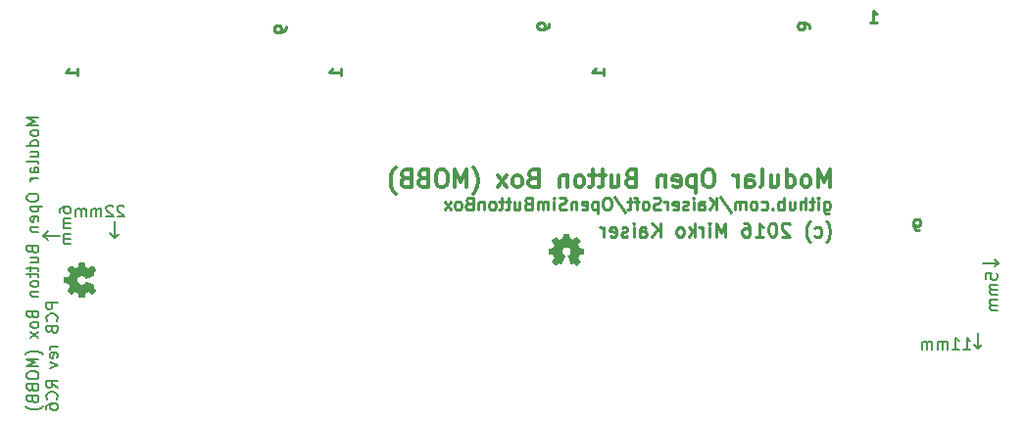
<source format=gbo>
G04 #@! TF.FileFunction,Legend,Bot*
%FSLAX46Y46*%
G04 Gerber Fmt 4.6, Leading zero omitted, Abs format (unit mm)*
G04 Created by KiCad (PCBNEW 4.0.4-stable) date 12/11/16 18:51:07*
%MOMM*%
%LPD*%
G01*
G04 APERTURE LIST*
%ADD10C,0.100000*%
%ADD11C,0.200000*%
%ADD12C,0.150000*%
%ADD13C,0.250000*%
%ADD14C,0.300000*%
%ADD15C,0.002540*%
G04 APERTURE END LIST*
D10*
D11*
X260300000Y-131020000D02*
X259990000Y-131330000D01*
X260000000Y-130720000D02*
X260300000Y-131020000D01*
X260320000Y-131040000D02*
X260000000Y-130720000D01*
X258920000Y-131040000D02*
X260320000Y-131040000D01*
X258525000Y-138417500D02*
X258885000Y-138057500D01*
X258155000Y-138047500D02*
X258525000Y-138417500D01*
X258525000Y-138417500D02*
X258155000Y-138047500D01*
X258525000Y-137077500D02*
X258525000Y-138417500D01*
X178170000Y-129032000D02*
X178180000Y-129032000D01*
X177780000Y-128642000D02*
X178170000Y-129032000D01*
X178190000Y-128232000D02*
X177780000Y-128642000D01*
X177790000Y-128632000D02*
X178190000Y-128232000D01*
X179170000Y-128632000D02*
X177790000Y-128632000D01*
D12*
X177347381Y-118396186D02*
X176347381Y-118396186D01*
X177061667Y-118729520D01*
X176347381Y-119062853D01*
X177347381Y-119062853D01*
X177347381Y-119681900D02*
X177299762Y-119586662D01*
X177252143Y-119539043D01*
X177156905Y-119491424D01*
X176871190Y-119491424D01*
X176775952Y-119539043D01*
X176728333Y-119586662D01*
X176680714Y-119681900D01*
X176680714Y-119824758D01*
X176728333Y-119919996D01*
X176775952Y-119967615D01*
X176871190Y-120015234D01*
X177156905Y-120015234D01*
X177252143Y-119967615D01*
X177299762Y-119919996D01*
X177347381Y-119824758D01*
X177347381Y-119681900D01*
X177347381Y-120872377D02*
X176347381Y-120872377D01*
X177299762Y-120872377D02*
X177347381Y-120777139D01*
X177347381Y-120586662D01*
X177299762Y-120491424D01*
X177252143Y-120443805D01*
X177156905Y-120396186D01*
X176871190Y-120396186D01*
X176775952Y-120443805D01*
X176728333Y-120491424D01*
X176680714Y-120586662D01*
X176680714Y-120777139D01*
X176728333Y-120872377D01*
X176680714Y-121777139D02*
X177347381Y-121777139D01*
X176680714Y-121348567D02*
X177204524Y-121348567D01*
X177299762Y-121396186D01*
X177347381Y-121491424D01*
X177347381Y-121634282D01*
X177299762Y-121729520D01*
X177252143Y-121777139D01*
X177347381Y-122396186D02*
X177299762Y-122300948D01*
X177204524Y-122253329D01*
X176347381Y-122253329D01*
X177347381Y-123205711D02*
X176823571Y-123205711D01*
X176728333Y-123158092D01*
X176680714Y-123062854D01*
X176680714Y-122872377D01*
X176728333Y-122777139D01*
X177299762Y-123205711D02*
X177347381Y-123110473D01*
X177347381Y-122872377D01*
X177299762Y-122777139D01*
X177204524Y-122729520D01*
X177109286Y-122729520D01*
X177014048Y-122777139D01*
X176966429Y-122872377D01*
X176966429Y-123110473D01*
X176918810Y-123205711D01*
X177347381Y-123681901D02*
X176680714Y-123681901D01*
X176871190Y-123681901D02*
X176775952Y-123729520D01*
X176728333Y-123777139D01*
X176680714Y-123872377D01*
X176680714Y-123967616D01*
X176347381Y-125253330D02*
X176347381Y-125443807D01*
X176395000Y-125539045D01*
X176490238Y-125634283D01*
X176680714Y-125681902D01*
X177014048Y-125681902D01*
X177204524Y-125634283D01*
X177299762Y-125539045D01*
X177347381Y-125443807D01*
X177347381Y-125253330D01*
X177299762Y-125158092D01*
X177204524Y-125062854D01*
X177014048Y-125015235D01*
X176680714Y-125015235D01*
X176490238Y-125062854D01*
X176395000Y-125158092D01*
X176347381Y-125253330D01*
X176680714Y-126110473D02*
X177680714Y-126110473D01*
X176728333Y-126110473D02*
X176680714Y-126205711D01*
X176680714Y-126396188D01*
X176728333Y-126491426D01*
X176775952Y-126539045D01*
X176871190Y-126586664D01*
X177156905Y-126586664D01*
X177252143Y-126539045D01*
X177299762Y-126491426D01*
X177347381Y-126396188D01*
X177347381Y-126205711D01*
X177299762Y-126110473D01*
X177299762Y-127396188D02*
X177347381Y-127300950D01*
X177347381Y-127110473D01*
X177299762Y-127015235D01*
X177204524Y-126967616D01*
X176823571Y-126967616D01*
X176728333Y-127015235D01*
X176680714Y-127110473D01*
X176680714Y-127300950D01*
X176728333Y-127396188D01*
X176823571Y-127443807D01*
X176918810Y-127443807D01*
X177014048Y-126967616D01*
X176680714Y-127872378D02*
X177347381Y-127872378D01*
X176775952Y-127872378D02*
X176728333Y-127919997D01*
X176680714Y-128015235D01*
X176680714Y-128158093D01*
X176728333Y-128253331D01*
X176823571Y-128300950D01*
X177347381Y-128300950D01*
X176823571Y-129872379D02*
X176871190Y-130015236D01*
X176918810Y-130062855D01*
X177014048Y-130110474D01*
X177156905Y-130110474D01*
X177252143Y-130062855D01*
X177299762Y-130015236D01*
X177347381Y-129919998D01*
X177347381Y-129539045D01*
X176347381Y-129539045D01*
X176347381Y-129872379D01*
X176395000Y-129967617D01*
X176442619Y-130015236D01*
X176537857Y-130062855D01*
X176633095Y-130062855D01*
X176728333Y-130015236D01*
X176775952Y-129967617D01*
X176823571Y-129872379D01*
X176823571Y-129539045D01*
X176680714Y-130967617D02*
X177347381Y-130967617D01*
X176680714Y-130539045D02*
X177204524Y-130539045D01*
X177299762Y-130586664D01*
X177347381Y-130681902D01*
X177347381Y-130824760D01*
X177299762Y-130919998D01*
X177252143Y-130967617D01*
X176680714Y-131300950D02*
X176680714Y-131681902D01*
X176347381Y-131443807D02*
X177204524Y-131443807D01*
X177299762Y-131491426D01*
X177347381Y-131586664D01*
X177347381Y-131681902D01*
X176680714Y-131872379D02*
X176680714Y-132253331D01*
X176347381Y-132015236D02*
X177204524Y-132015236D01*
X177299762Y-132062855D01*
X177347381Y-132158093D01*
X177347381Y-132253331D01*
X177347381Y-132729522D02*
X177299762Y-132634284D01*
X177252143Y-132586665D01*
X177156905Y-132539046D01*
X176871190Y-132539046D01*
X176775952Y-132586665D01*
X176728333Y-132634284D01*
X176680714Y-132729522D01*
X176680714Y-132872380D01*
X176728333Y-132967618D01*
X176775952Y-133015237D01*
X176871190Y-133062856D01*
X177156905Y-133062856D01*
X177252143Y-133015237D01*
X177299762Y-132967618D01*
X177347381Y-132872380D01*
X177347381Y-132729522D01*
X176680714Y-133491427D02*
X177347381Y-133491427D01*
X176775952Y-133491427D02*
X176728333Y-133539046D01*
X176680714Y-133634284D01*
X176680714Y-133777142D01*
X176728333Y-133872380D01*
X176823571Y-133919999D01*
X177347381Y-133919999D01*
X176823571Y-135491428D02*
X176871190Y-135634285D01*
X176918810Y-135681904D01*
X177014048Y-135729523D01*
X177156905Y-135729523D01*
X177252143Y-135681904D01*
X177299762Y-135634285D01*
X177347381Y-135539047D01*
X177347381Y-135158094D01*
X176347381Y-135158094D01*
X176347381Y-135491428D01*
X176395000Y-135586666D01*
X176442619Y-135634285D01*
X176537857Y-135681904D01*
X176633095Y-135681904D01*
X176728333Y-135634285D01*
X176775952Y-135586666D01*
X176823571Y-135491428D01*
X176823571Y-135158094D01*
X177347381Y-136300951D02*
X177299762Y-136205713D01*
X177252143Y-136158094D01*
X177156905Y-136110475D01*
X176871190Y-136110475D01*
X176775952Y-136158094D01*
X176728333Y-136205713D01*
X176680714Y-136300951D01*
X176680714Y-136443809D01*
X176728333Y-136539047D01*
X176775952Y-136586666D01*
X176871190Y-136634285D01*
X177156905Y-136634285D01*
X177252143Y-136586666D01*
X177299762Y-136539047D01*
X177347381Y-136443809D01*
X177347381Y-136300951D01*
X177347381Y-136967618D02*
X176680714Y-137491428D01*
X176680714Y-136967618D02*
X177347381Y-137491428D01*
X177728333Y-138920000D02*
X177680714Y-138872380D01*
X177537857Y-138777142D01*
X177442619Y-138729523D01*
X177299762Y-138681904D01*
X177061667Y-138634285D01*
X176871190Y-138634285D01*
X176633095Y-138681904D01*
X176490238Y-138729523D01*
X176395000Y-138777142D01*
X176252143Y-138872380D01*
X176204524Y-138920000D01*
X177347381Y-139300952D02*
X176347381Y-139300952D01*
X177061667Y-139634286D01*
X176347381Y-139967619D01*
X177347381Y-139967619D01*
X176347381Y-140634285D02*
X176347381Y-140824762D01*
X176395000Y-140920000D01*
X176490238Y-141015238D01*
X176680714Y-141062857D01*
X177014048Y-141062857D01*
X177204524Y-141015238D01*
X177299762Y-140920000D01*
X177347381Y-140824762D01*
X177347381Y-140634285D01*
X177299762Y-140539047D01*
X177204524Y-140443809D01*
X177014048Y-140396190D01*
X176680714Y-140396190D01*
X176490238Y-140443809D01*
X176395000Y-140539047D01*
X176347381Y-140634285D01*
X176823571Y-141824762D02*
X176871190Y-141967619D01*
X176918810Y-142015238D01*
X177014048Y-142062857D01*
X177156905Y-142062857D01*
X177252143Y-142015238D01*
X177299762Y-141967619D01*
X177347381Y-141872381D01*
X177347381Y-141491428D01*
X176347381Y-141491428D01*
X176347381Y-141824762D01*
X176395000Y-141920000D01*
X176442619Y-141967619D01*
X176537857Y-142015238D01*
X176633095Y-142015238D01*
X176728333Y-141967619D01*
X176775952Y-141920000D01*
X176823571Y-141824762D01*
X176823571Y-141491428D01*
X176823571Y-142824762D02*
X176871190Y-142967619D01*
X176918810Y-143015238D01*
X177014048Y-143062857D01*
X177156905Y-143062857D01*
X177252143Y-143015238D01*
X177299762Y-142967619D01*
X177347381Y-142872381D01*
X177347381Y-142491428D01*
X176347381Y-142491428D01*
X176347381Y-142824762D01*
X176395000Y-142920000D01*
X176442619Y-142967619D01*
X176537857Y-143015238D01*
X176633095Y-143015238D01*
X176728333Y-142967619D01*
X176775952Y-142920000D01*
X176823571Y-142824762D01*
X176823571Y-142491428D01*
X177728333Y-143396190D02*
X177680714Y-143443809D01*
X177537857Y-143539047D01*
X177442619Y-143586666D01*
X177299762Y-143634285D01*
X177061667Y-143681904D01*
X176871190Y-143681904D01*
X176633095Y-143634285D01*
X176490238Y-143586666D01*
X176395000Y-143539047D01*
X176252143Y-143443809D01*
X176204524Y-143396190D01*
X178997381Y-134443808D02*
X177997381Y-134443808D01*
X177997381Y-134824761D01*
X178045000Y-134919999D01*
X178092619Y-134967618D01*
X178187857Y-135015237D01*
X178330714Y-135015237D01*
X178425952Y-134967618D01*
X178473571Y-134919999D01*
X178521190Y-134824761D01*
X178521190Y-134443808D01*
X178902143Y-136015237D02*
X178949762Y-135967618D01*
X178997381Y-135824761D01*
X178997381Y-135729523D01*
X178949762Y-135586665D01*
X178854524Y-135491427D01*
X178759286Y-135443808D01*
X178568810Y-135396189D01*
X178425952Y-135396189D01*
X178235476Y-135443808D01*
X178140238Y-135491427D01*
X178045000Y-135586665D01*
X177997381Y-135729523D01*
X177997381Y-135824761D01*
X178045000Y-135967618D01*
X178092619Y-136015237D01*
X178473571Y-136777142D02*
X178521190Y-136919999D01*
X178568810Y-136967618D01*
X178664048Y-137015237D01*
X178806905Y-137015237D01*
X178902143Y-136967618D01*
X178949762Y-136919999D01*
X178997381Y-136824761D01*
X178997381Y-136443808D01*
X177997381Y-136443808D01*
X177997381Y-136777142D01*
X178045000Y-136872380D01*
X178092619Y-136919999D01*
X178187857Y-136967618D01*
X178283095Y-136967618D01*
X178378333Y-136919999D01*
X178425952Y-136872380D01*
X178473571Y-136777142D01*
X178473571Y-136443808D01*
X178997381Y-138205713D02*
X178330714Y-138205713D01*
X178521190Y-138205713D02*
X178425952Y-138253332D01*
X178378333Y-138300951D01*
X178330714Y-138396189D01*
X178330714Y-138491428D01*
X178949762Y-139205714D02*
X178997381Y-139110476D01*
X178997381Y-138919999D01*
X178949762Y-138824761D01*
X178854524Y-138777142D01*
X178473571Y-138777142D01*
X178378333Y-138824761D01*
X178330714Y-138919999D01*
X178330714Y-139110476D01*
X178378333Y-139205714D01*
X178473571Y-139253333D01*
X178568810Y-139253333D01*
X178664048Y-138777142D01*
X178330714Y-139586666D02*
X178997381Y-139824761D01*
X178330714Y-140062857D01*
X178997381Y-141777143D02*
X178521190Y-141443809D01*
X178997381Y-141205714D02*
X177997381Y-141205714D01*
X177997381Y-141586667D01*
X178045000Y-141681905D01*
X178092619Y-141729524D01*
X178187857Y-141777143D01*
X178330714Y-141777143D01*
X178425952Y-141729524D01*
X178473571Y-141681905D01*
X178521190Y-141586667D01*
X178521190Y-141205714D01*
X178902143Y-142777143D02*
X178949762Y-142729524D01*
X178997381Y-142586667D01*
X178997381Y-142491429D01*
X178949762Y-142348571D01*
X178854524Y-142253333D01*
X178759286Y-142205714D01*
X178568810Y-142158095D01*
X178425952Y-142158095D01*
X178235476Y-142205714D01*
X178140238Y-142253333D01*
X178045000Y-142348571D01*
X177997381Y-142491429D01*
X177997381Y-142586667D01*
X178045000Y-142729524D01*
X178092619Y-142777143D01*
X177997381Y-143634286D02*
X177997381Y-143443809D01*
X178045000Y-143348571D01*
X178092619Y-143300952D01*
X178235476Y-143205714D01*
X178425952Y-143158095D01*
X178806905Y-143158095D01*
X178902143Y-143205714D01*
X178949762Y-143253333D01*
X178997381Y-143348571D01*
X178997381Y-143539048D01*
X178949762Y-143634286D01*
X178902143Y-143681905D01*
X178806905Y-143729524D01*
X178568810Y-143729524D01*
X178473571Y-143681905D01*
X178425952Y-143634286D01*
X178378333Y-143539048D01*
X178378333Y-143348571D01*
X178425952Y-143253333D01*
X178473571Y-143205714D01*
X178568810Y-143158095D01*
D11*
X184294500Y-128468500D02*
X184284500Y-128478500D01*
X183934500Y-128828500D02*
X184294500Y-128468500D01*
X183534500Y-128428500D02*
X183934500Y-128828500D01*
X183924500Y-128818500D02*
X183534500Y-128428500D01*
X183924500Y-127368500D02*
X183924500Y-128818500D01*
D12*
X184721238Y-126103119D02*
X184673619Y-126055500D01*
X184578381Y-126007881D01*
X184340285Y-126007881D01*
X184245047Y-126055500D01*
X184197428Y-126103119D01*
X184149809Y-126198357D01*
X184149809Y-126293595D01*
X184197428Y-126436452D01*
X184768857Y-127007881D01*
X184149809Y-127007881D01*
X183768857Y-126103119D02*
X183721238Y-126055500D01*
X183626000Y-126007881D01*
X183387904Y-126007881D01*
X183292666Y-126055500D01*
X183245047Y-126103119D01*
X183197428Y-126198357D01*
X183197428Y-126293595D01*
X183245047Y-126436452D01*
X183816476Y-127007881D01*
X183197428Y-127007881D01*
X182768857Y-127007881D02*
X182768857Y-126341214D01*
X182768857Y-126436452D02*
X182721238Y-126388833D01*
X182626000Y-126341214D01*
X182483142Y-126341214D01*
X182387904Y-126388833D01*
X182340285Y-126484071D01*
X182340285Y-127007881D01*
X182340285Y-126484071D02*
X182292666Y-126388833D01*
X182197428Y-126341214D01*
X182054571Y-126341214D01*
X181959333Y-126388833D01*
X181911714Y-126484071D01*
X181911714Y-127007881D01*
X181435524Y-127007881D02*
X181435524Y-126341214D01*
X181435524Y-126436452D02*
X181387905Y-126388833D01*
X181292667Y-126341214D01*
X181149809Y-126341214D01*
X181054571Y-126388833D01*
X181006952Y-126484071D01*
X181006952Y-127007881D01*
X181006952Y-126484071D02*
X180959333Y-126388833D01*
X180864095Y-126341214D01*
X180721238Y-126341214D01*
X180626000Y-126388833D01*
X180578381Y-126484071D01*
X180578381Y-127007881D01*
X179157381Y-126619144D02*
X179157381Y-126428667D01*
X179205000Y-126333429D01*
X179252619Y-126285810D01*
X179395476Y-126190572D01*
X179585952Y-126142953D01*
X179966905Y-126142953D01*
X180062143Y-126190572D01*
X180109762Y-126238191D01*
X180157381Y-126333429D01*
X180157381Y-126523906D01*
X180109762Y-126619144D01*
X180062143Y-126666763D01*
X179966905Y-126714382D01*
X179728810Y-126714382D01*
X179633571Y-126666763D01*
X179585952Y-126619144D01*
X179538333Y-126523906D01*
X179538333Y-126333429D01*
X179585952Y-126238191D01*
X179633571Y-126190572D01*
X179728810Y-126142953D01*
X180157381Y-127142953D02*
X179490714Y-127142953D01*
X179585952Y-127142953D02*
X179538333Y-127190572D01*
X179490714Y-127285810D01*
X179490714Y-127428668D01*
X179538333Y-127523906D01*
X179633571Y-127571525D01*
X180157381Y-127571525D01*
X179633571Y-127571525D02*
X179538333Y-127619144D01*
X179490714Y-127714382D01*
X179490714Y-127857239D01*
X179538333Y-127952477D01*
X179633571Y-128000096D01*
X180157381Y-128000096D01*
X180157381Y-128476286D02*
X179490714Y-128476286D01*
X179585952Y-128476286D02*
X179538333Y-128523905D01*
X179490714Y-128619143D01*
X179490714Y-128762001D01*
X179538333Y-128857239D01*
X179633571Y-128904858D01*
X180157381Y-128904858D01*
X179633571Y-128904858D02*
X179538333Y-128952477D01*
X179490714Y-129047715D01*
X179490714Y-129190572D01*
X179538333Y-129285810D01*
X179633571Y-129333429D01*
X180157381Y-129333429D01*
X257273809Y-138452381D02*
X257845238Y-138452381D01*
X257559524Y-138452381D02*
X257559524Y-137452381D01*
X257654762Y-137595238D01*
X257750000Y-137690476D01*
X257845238Y-137738095D01*
X256321428Y-138452381D02*
X256892857Y-138452381D01*
X256607143Y-138452381D02*
X256607143Y-137452381D01*
X256702381Y-137595238D01*
X256797619Y-137690476D01*
X256892857Y-137738095D01*
X255892857Y-138452381D02*
X255892857Y-137785714D01*
X255892857Y-137880952D02*
X255845238Y-137833333D01*
X255750000Y-137785714D01*
X255607142Y-137785714D01*
X255511904Y-137833333D01*
X255464285Y-137928571D01*
X255464285Y-138452381D01*
X255464285Y-137928571D02*
X255416666Y-137833333D01*
X255321428Y-137785714D01*
X255178571Y-137785714D01*
X255083333Y-137833333D01*
X255035714Y-137928571D01*
X255035714Y-138452381D01*
X254559524Y-138452381D02*
X254559524Y-137785714D01*
X254559524Y-137880952D02*
X254511905Y-137833333D01*
X254416667Y-137785714D01*
X254273809Y-137785714D01*
X254178571Y-137833333D01*
X254130952Y-137928571D01*
X254130952Y-138452381D01*
X254130952Y-137928571D02*
X254083333Y-137833333D01*
X253988095Y-137785714D01*
X253845238Y-137785714D01*
X253750000Y-137833333D01*
X253702381Y-137928571D01*
X253702381Y-138452381D01*
X259202381Y-132404763D02*
X259202381Y-131928572D01*
X259678571Y-131880953D01*
X259630952Y-131928572D01*
X259583333Y-132023810D01*
X259583333Y-132261906D01*
X259630952Y-132357144D01*
X259678571Y-132404763D01*
X259773810Y-132452382D01*
X260011905Y-132452382D01*
X260107143Y-132404763D01*
X260154762Y-132357144D01*
X260202381Y-132261906D01*
X260202381Y-132023810D01*
X260154762Y-131928572D01*
X260107143Y-131880953D01*
X260202381Y-132880953D02*
X259535714Y-132880953D01*
X259630952Y-132880953D02*
X259583333Y-132928572D01*
X259535714Y-133023810D01*
X259535714Y-133166668D01*
X259583333Y-133261906D01*
X259678571Y-133309525D01*
X260202381Y-133309525D01*
X259678571Y-133309525D02*
X259583333Y-133357144D01*
X259535714Y-133452382D01*
X259535714Y-133595239D01*
X259583333Y-133690477D01*
X259678571Y-133738096D01*
X260202381Y-133738096D01*
X260202381Y-134214286D02*
X259535714Y-134214286D01*
X259630952Y-134214286D02*
X259583333Y-134261905D01*
X259535714Y-134357143D01*
X259535714Y-134500001D01*
X259583333Y-134595239D01*
X259678571Y-134642858D01*
X260202381Y-134642858D01*
X259678571Y-134642858D02*
X259583333Y-134690477D01*
X259535714Y-134785715D01*
X259535714Y-134928572D01*
X259583333Y-135023810D01*
X259678571Y-135071429D01*
X260202381Y-135071429D01*
D13*
X245389286Y-129200000D02*
X245446428Y-129142857D01*
X245560714Y-128971429D01*
X245617857Y-128857143D01*
X245675000Y-128685714D01*
X245732143Y-128400000D01*
X245732143Y-128171429D01*
X245675000Y-127885714D01*
X245617857Y-127714286D01*
X245560714Y-127600000D01*
X245446428Y-127428571D01*
X245389286Y-127371429D01*
X244417857Y-128685714D02*
X244532143Y-128742857D01*
X244760714Y-128742857D01*
X244875000Y-128685714D01*
X244932143Y-128628571D01*
X244989286Y-128514286D01*
X244989286Y-128171429D01*
X244932143Y-128057143D01*
X244875000Y-128000000D01*
X244760714Y-127942857D01*
X244532143Y-127942857D01*
X244417857Y-128000000D01*
X244017857Y-129200000D02*
X243960715Y-129142857D01*
X243846429Y-128971429D01*
X243789286Y-128857143D01*
X243732143Y-128685714D01*
X243675000Y-128400000D01*
X243675000Y-128171429D01*
X243732143Y-127885714D01*
X243789286Y-127714286D01*
X243846429Y-127600000D01*
X243960715Y-127428571D01*
X244017857Y-127371429D01*
X242246429Y-127657143D02*
X242189286Y-127600000D01*
X242075000Y-127542857D01*
X241789286Y-127542857D01*
X241675000Y-127600000D01*
X241617857Y-127657143D01*
X241560714Y-127771429D01*
X241560714Y-127885714D01*
X241617857Y-128057143D01*
X242303571Y-128742857D01*
X241560714Y-128742857D01*
X240817857Y-127542857D02*
X240703572Y-127542857D01*
X240589286Y-127600000D01*
X240532143Y-127657143D01*
X240475000Y-127771429D01*
X240417857Y-128000000D01*
X240417857Y-128285714D01*
X240475000Y-128514286D01*
X240532143Y-128628571D01*
X240589286Y-128685714D01*
X240703572Y-128742857D01*
X240817857Y-128742857D01*
X240932143Y-128685714D01*
X240989286Y-128628571D01*
X241046429Y-128514286D01*
X241103572Y-128285714D01*
X241103572Y-128000000D01*
X241046429Y-127771429D01*
X240989286Y-127657143D01*
X240932143Y-127600000D01*
X240817857Y-127542857D01*
X239275000Y-128742857D02*
X239960715Y-128742857D01*
X239617857Y-128742857D02*
X239617857Y-127542857D01*
X239732143Y-127714286D01*
X239846429Y-127828571D01*
X239960715Y-127885714D01*
X238246429Y-127542857D02*
X238475000Y-127542857D01*
X238589286Y-127600000D01*
X238646429Y-127657143D01*
X238760715Y-127828571D01*
X238817858Y-128057143D01*
X238817858Y-128514286D01*
X238760715Y-128628571D01*
X238703572Y-128685714D01*
X238589286Y-128742857D01*
X238360715Y-128742857D01*
X238246429Y-128685714D01*
X238189286Y-128628571D01*
X238132143Y-128514286D01*
X238132143Y-128228571D01*
X238189286Y-128114286D01*
X238246429Y-128057143D01*
X238360715Y-128000000D01*
X238589286Y-128000000D01*
X238703572Y-128057143D01*
X238760715Y-128114286D01*
X238817858Y-128228571D01*
X236703572Y-128742857D02*
X236703572Y-127542857D01*
X236303572Y-128400000D01*
X235903572Y-127542857D01*
X235903572Y-128742857D01*
X235332143Y-128742857D02*
X235332143Y-127942857D01*
X235332143Y-127542857D02*
X235389286Y-127600000D01*
X235332143Y-127657143D01*
X235275000Y-127600000D01*
X235332143Y-127542857D01*
X235332143Y-127657143D01*
X234760714Y-128742857D02*
X234760714Y-127942857D01*
X234760714Y-128171429D02*
X234703571Y-128057143D01*
X234646428Y-128000000D01*
X234532142Y-127942857D01*
X234417857Y-127942857D01*
X234017857Y-128742857D02*
X234017857Y-127542857D01*
X233903571Y-128285714D02*
X233560714Y-128742857D01*
X233560714Y-127942857D02*
X234017857Y-128400000D01*
X232874999Y-128742857D02*
X232989285Y-128685714D01*
X233046428Y-128628571D01*
X233103571Y-128514286D01*
X233103571Y-128171429D01*
X233046428Y-128057143D01*
X232989285Y-128000000D01*
X232874999Y-127942857D01*
X232703571Y-127942857D01*
X232589285Y-128000000D01*
X232532142Y-128057143D01*
X232474999Y-128171429D01*
X232474999Y-128514286D01*
X232532142Y-128628571D01*
X232589285Y-128685714D01*
X232703571Y-128742857D01*
X232874999Y-128742857D01*
X231046428Y-128742857D02*
X231046428Y-127542857D01*
X230360713Y-128742857D02*
X230874999Y-128057143D01*
X230360713Y-127542857D02*
X231046428Y-128228571D01*
X229332142Y-128742857D02*
X229332142Y-128114286D01*
X229389285Y-128000000D01*
X229503571Y-127942857D01*
X229732142Y-127942857D01*
X229846428Y-128000000D01*
X229332142Y-128685714D02*
X229446428Y-128742857D01*
X229732142Y-128742857D01*
X229846428Y-128685714D01*
X229903571Y-128571429D01*
X229903571Y-128457143D01*
X229846428Y-128342857D01*
X229732142Y-128285714D01*
X229446428Y-128285714D01*
X229332142Y-128228571D01*
X228760714Y-128742857D02*
X228760714Y-127942857D01*
X228760714Y-127542857D02*
X228817857Y-127600000D01*
X228760714Y-127657143D01*
X228703571Y-127600000D01*
X228760714Y-127542857D01*
X228760714Y-127657143D01*
X228246428Y-128685714D02*
X228132142Y-128742857D01*
X227903570Y-128742857D01*
X227789285Y-128685714D01*
X227732142Y-128571429D01*
X227732142Y-128514286D01*
X227789285Y-128400000D01*
X227903570Y-128342857D01*
X228074999Y-128342857D01*
X228189285Y-128285714D01*
X228246428Y-128171429D01*
X228246428Y-128114286D01*
X228189285Y-128000000D01*
X228074999Y-127942857D01*
X227903570Y-127942857D01*
X227789285Y-128000000D01*
X226760713Y-128685714D02*
X226874999Y-128742857D01*
X227103570Y-128742857D01*
X227217856Y-128685714D01*
X227274999Y-128571429D01*
X227274999Y-128114286D01*
X227217856Y-128000000D01*
X227103570Y-127942857D01*
X226874999Y-127942857D01*
X226760713Y-128000000D01*
X226703570Y-128114286D01*
X226703570Y-128228571D01*
X227274999Y-128342857D01*
X226189285Y-128742857D02*
X226189285Y-127942857D01*
X226189285Y-128171429D02*
X226132142Y-128057143D01*
X226074999Y-128000000D01*
X225960713Y-127942857D01*
X225846428Y-127942857D01*
X253440476Y-128202381D02*
X253250000Y-128202381D01*
X253154761Y-128154762D01*
X253107142Y-128107143D01*
X253011904Y-127964286D01*
X252964285Y-127773810D01*
X252964285Y-127392857D01*
X253011904Y-127297619D01*
X253059523Y-127250000D01*
X253154761Y-127202381D01*
X253345238Y-127202381D01*
X253440476Y-127250000D01*
X253488095Y-127297619D01*
X253535714Y-127392857D01*
X253535714Y-127630952D01*
X253488095Y-127726190D01*
X253440476Y-127773810D01*
X253345238Y-127821429D01*
X253154761Y-127821429D01*
X253059523Y-127773810D01*
X253011904Y-127726190D01*
X252964285Y-127630952D01*
X249214285Y-110202381D02*
X249785714Y-110202381D01*
X249500000Y-110202381D02*
X249500000Y-109202381D01*
X249595238Y-109345238D01*
X249690476Y-109440476D01*
X249785714Y-109488095D01*
X243952381Y-110690476D02*
X243952381Y-110500000D01*
X243904762Y-110404761D01*
X243857143Y-110357142D01*
X243714286Y-110261904D01*
X243523810Y-110214285D01*
X243142857Y-110214285D01*
X243047619Y-110261904D01*
X243000000Y-110309523D01*
X242952381Y-110404761D01*
X242952381Y-110595238D01*
X243000000Y-110690476D01*
X243047619Y-110738095D01*
X243142857Y-110785714D01*
X243380952Y-110785714D01*
X243476190Y-110738095D01*
X243523810Y-110690476D01*
X243571429Y-110595238D01*
X243571429Y-110404761D01*
X243523810Y-110309523D01*
X243476190Y-110261904D01*
X243380952Y-110214285D01*
X226202381Y-114785715D02*
X226202381Y-114214286D01*
X226202381Y-114500000D02*
X225202381Y-114500000D01*
X225345238Y-114404762D01*
X225440476Y-114309524D01*
X225488095Y-114214286D01*
X221452381Y-110309524D02*
X221452381Y-110500000D01*
X221404762Y-110595239D01*
X221357143Y-110642858D01*
X221214286Y-110738096D01*
X221023810Y-110785715D01*
X220642857Y-110785715D01*
X220547619Y-110738096D01*
X220500000Y-110690477D01*
X220452381Y-110595239D01*
X220452381Y-110404762D01*
X220500000Y-110309524D01*
X220547619Y-110261905D01*
X220642857Y-110214286D01*
X220880952Y-110214286D01*
X220976190Y-110261905D01*
X221023810Y-110309524D01*
X221071429Y-110404762D01*
X221071429Y-110595239D01*
X221023810Y-110690477D01*
X220976190Y-110738096D01*
X220880952Y-110785715D01*
X203452381Y-114785715D02*
X203452381Y-114214286D01*
X203452381Y-114500000D02*
X202452381Y-114500000D01*
X202595238Y-114404762D01*
X202690476Y-114309524D01*
X202738095Y-114214286D01*
X198702381Y-110559524D02*
X198702381Y-110750000D01*
X198654762Y-110845239D01*
X198607143Y-110892858D01*
X198464286Y-110988096D01*
X198273810Y-111035715D01*
X197892857Y-111035715D01*
X197797619Y-110988096D01*
X197750000Y-110940477D01*
X197702381Y-110845239D01*
X197702381Y-110654762D01*
X197750000Y-110559524D01*
X197797619Y-110511905D01*
X197892857Y-110464286D01*
X198130952Y-110464286D01*
X198226190Y-110511905D01*
X198273810Y-110559524D01*
X198321429Y-110654762D01*
X198321429Y-110845239D01*
X198273810Y-110940477D01*
X198226190Y-110988096D01*
X198130952Y-111035715D01*
X180702381Y-114785715D02*
X180702381Y-114214286D01*
X180702381Y-114500000D02*
X179702381Y-114500000D01*
X179845238Y-114404762D01*
X179940476Y-114309524D01*
X179988095Y-114214286D01*
X245225000Y-125700000D02*
X245225000Y-126550000D01*
X245275000Y-126650000D01*
X245325000Y-126700000D01*
X245425000Y-126750000D01*
X245575000Y-126750000D01*
X245675000Y-126700000D01*
X245225000Y-126350000D02*
X245325000Y-126400000D01*
X245525000Y-126400000D01*
X245625000Y-126350000D01*
X245675000Y-126300000D01*
X245725000Y-126200000D01*
X245725000Y-125900000D01*
X245675000Y-125800000D01*
X245625000Y-125750000D01*
X245525000Y-125700000D01*
X245325000Y-125700000D01*
X245225000Y-125750000D01*
X244725000Y-126400000D02*
X244725000Y-125700000D01*
X244725000Y-125350000D02*
X244775000Y-125400000D01*
X244725000Y-125450000D01*
X244675000Y-125400000D01*
X244725000Y-125350000D01*
X244725000Y-125450000D01*
X244375000Y-125700000D02*
X243975000Y-125700000D01*
X244225000Y-125350000D02*
X244225000Y-126250000D01*
X244175000Y-126350000D01*
X244075000Y-126400000D01*
X243975000Y-126400000D01*
X243625000Y-126400000D02*
X243625000Y-125350000D01*
X243175000Y-126400000D02*
X243175000Y-125850000D01*
X243225000Y-125750000D01*
X243325000Y-125700000D01*
X243475000Y-125700000D01*
X243575000Y-125750000D01*
X243625000Y-125800000D01*
X242225000Y-125700000D02*
X242225000Y-126400000D01*
X242675000Y-125700000D02*
X242675000Y-126250000D01*
X242625000Y-126350000D01*
X242525000Y-126400000D01*
X242375000Y-126400000D01*
X242275000Y-126350000D01*
X242225000Y-126300000D01*
X241725000Y-126400000D02*
X241725000Y-125350000D01*
X241725000Y-125750000D02*
X241625000Y-125700000D01*
X241425000Y-125700000D01*
X241325000Y-125750000D01*
X241275000Y-125800000D01*
X241225000Y-125900000D01*
X241225000Y-126200000D01*
X241275000Y-126300000D01*
X241325000Y-126350000D01*
X241425000Y-126400000D01*
X241625000Y-126400000D01*
X241725000Y-126350000D01*
X240775000Y-126300000D02*
X240725000Y-126350000D01*
X240775000Y-126400000D01*
X240825000Y-126350000D01*
X240775000Y-126300000D01*
X240775000Y-126400000D01*
X239825000Y-126350000D02*
X239925000Y-126400000D01*
X240125000Y-126400000D01*
X240225000Y-126350000D01*
X240275000Y-126300000D01*
X240325000Y-126200000D01*
X240325000Y-125900000D01*
X240275000Y-125800000D01*
X240225000Y-125750000D01*
X240125000Y-125700000D01*
X239925000Y-125700000D01*
X239825000Y-125750000D01*
X239225000Y-126400000D02*
X239325000Y-126350000D01*
X239375000Y-126300000D01*
X239425000Y-126200000D01*
X239425000Y-125900000D01*
X239375000Y-125800000D01*
X239325000Y-125750000D01*
X239225000Y-125700000D01*
X239075000Y-125700000D01*
X238975000Y-125750000D01*
X238925000Y-125800000D01*
X238875000Y-125900000D01*
X238875000Y-126200000D01*
X238925000Y-126300000D01*
X238975000Y-126350000D01*
X239075000Y-126400000D01*
X239225000Y-126400000D01*
X238425000Y-126400000D02*
X238425000Y-125700000D01*
X238425000Y-125800000D02*
X238375000Y-125750000D01*
X238275000Y-125700000D01*
X238125000Y-125700000D01*
X238025000Y-125750000D01*
X237975000Y-125850000D01*
X237975000Y-126400000D01*
X237975000Y-125850000D02*
X237925000Y-125750000D01*
X237825000Y-125700000D01*
X237675000Y-125700000D01*
X237575000Y-125750000D01*
X237525000Y-125850000D01*
X237525000Y-126400000D01*
X236275000Y-125300000D02*
X237175000Y-126650000D01*
X235925000Y-126400000D02*
X235925000Y-125350000D01*
X235325000Y-126400000D02*
X235775000Y-125800000D01*
X235325000Y-125350000D02*
X235925000Y-125950000D01*
X234425000Y-126400000D02*
X234425000Y-125850000D01*
X234475000Y-125750000D01*
X234575000Y-125700000D01*
X234775000Y-125700000D01*
X234875000Y-125750000D01*
X234425000Y-126350000D02*
X234525000Y-126400000D01*
X234775000Y-126400000D01*
X234875000Y-126350000D01*
X234925000Y-126250000D01*
X234925000Y-126150000D01*
X234875000Y-126050000D01*
X234775000Y-126000000D01*
X234525000Y-126000000D01*
X234425000Y-125950000D01*
X233925000Y-126400000D02*
X233925000Y-125700000D01*
X233925000Y-125350000D02*
X233975000Y-125400000D01*
X233925000Y-125450000D01*
X233875000Y-125400000D01*
X233925000Y-125350000D01*
X233925000Y-125450000D01*
X233475000Y-126350000D02*
X233375000Y-126400000D01*
X233175000Y-126400000D01*
X233075000Y-126350000D01*
X233025000Y-126250000D01*
X233025000Y-126200000D01*
X233075000Y-126100000D01*
X233175000Y-126050000D01*
X233325000Y-126050000D01*
X233425000Y-126000000D01*
X233475000Y-125900000D01*
X233475000Y-125850000D01*
X233425000Y-125750000D01*
X233325000Y-125700000D01*
X233175000Y-125700000D01*
X233075000Y-125750000D01*
X232175000Y-126350000D02*
X232275000Y-126400000D01*
X232475000Y-126400000D01*
X232575000Y-126350000D01*
X232625000Y-126250000D01*
X232625000Y-125850000D01*
X232575000Y-125750000D01*
X232475000Y-125700000D01*
X232275000Y-125700000D01*
X232175000Y-125750000D01*
X232125000Y-125850000D01*
X232125000Y-125950000D01*
X232625000Y-126050000D01*
X231675000Y-126400000D02*
X231675000Y-125700000D01*
X231675000Y-125900000D02*
X231625000Y-125800000D01*
X231575000Y-125750000D01*
X231475000Y-125700000D01*
X231375000Y-125700000D01*
X231075000Y-126350000D02*
X230925000Y-126400000D01*
X230675000Y-126400000D01*
X230575000Y-126350000D01*
X230525000Y-126300000D01*
X230475000Y-126200000D01*
X230475000Y-126100000D01*
X230525000Y-126000000D01*
X230575000Y-125950000D01*
X230675000Y-125900000D01*
X230875000Y-125850000D01*
X230975000Y-125800000D01*
X231025000Y-125750000D01*
X231075000Y-125650000D01*
X231075000Y-125550000D01*
X231025000Y-125450000D01*
X230975000Y-125400000D01*
X230875000Y-125350000D01*
X230625000Y-125350000D01*
X230475000Y-125400000D01*
X229875000Y-126400000D02*
X229975000Y-126350000D01*
X230025000Y-126300000D01*
X230075000Y-126200000D01*
X230075000Y-125900000D01*
X230025000Y-125800000D01*
X229975000Y-125750000D01*
X229875000Y-125700000D01*
X229725000Y-125700000D01*
X229625000Y-125750000D01*
X229575000Y-125800000D01*
X229525000Y-125900000D01*
X229525000Y-126200000D01*
X229575000Y-126300000D01*
X229625000Y-126350000D01*
X229725000Y-126400000D01*
X229875000Y-126400000D01*
X229225000Y-125700000D02*
X228825000Y-125700000D01*
X229075000Y-126400000D02*
X229075000Y-125500000D01*
X229025000Y-125400000D01*
X228925000Y-125350000D01*
X228825000Y-125350000D01*
X228625000Y-125700000D02*
X228225000Y-125700000D01*
X228475000Y-125350000D02*
X228475000Y-126250000D01*
X228425000Y-126350000D01*
X228325000Y-126400000D01*
X228225000Y-126400000D01*
X227125000Y-125300000D02*
X228025000Y-126650000D01*
X226575000Y-125350000D02*
X226375000Y-125350000D01*
X226275000Y-125400000D01*
X226175000Y-125500000D01*
X226125000Y-125700000D01*
X226125000Y-126050000D01*
X226175000Y-126250000D01*
X226275000Y-126350000D01*
X226375000Y-126400000D01*
X226575000Y-126400000D01*
X226675000Y-126350000D01*
X226775000Y-126250000D01*
X226825000Y-126050000D01*
X226825000Y-125700000D01*
X226775000Y-125500000D01*
X226675000Y-125400000D01*
X226575000Y-125350000D01*
X225675000Y-125700000D02*
X225675000Y-126750000D01*
X225675000Y-125750000D02*
X225575000Y-125700000D01*
X225375000Y-125700000D01*
X225275000Y-125750000D01*
X225225000Y-125800000D01*
X225175000Y-125900000D01*
X225175000Y-126200000D01*
X225225000Y-126300000D01*
X225275000Y-126350000D01*
X225375000Y-126400000D01*
X225575000Y-126400000D01*
X225675000Y-126350000D01*
X224325000Y-126350000D02*
X224425000Y-126400000D01*
X224625000Y-126400000D01*
X224725000Y-126350000D01*
X224775000Y-126250000D01*
X224775000Y-125850000D01*
X224725000Y-125750000D01*
X224625000Y-125700000D01*
X224425000Y-125700000D01*
X224325000Y-125750000D01*
X224275000Y-125850000D01*
X224275000Y-125950000D01*
X224775000Y-126050000D01*
X223825000Y-125700000D02*
X223825000Y-126400000D01*
X223825000Y-125800000D02*
X223775000Y-125750000D01*
X223675000Y-125700000D01*
X223525000Y-125700000D01*
X223425000Y-125750000D01*
X223375000Y-125850000D01*
X223375000Y-126400000D01*
X222925000Y-126350000D02*
X222775000Y-126400000D01*
X222525000Y-126400000D01*
X222425000Y-126350000D01*
X222375000Y-126300000D01*
X222325000Y-126200000D01*
X222325000Y-126100000D01*
X222375000Y-126000000D01*
X222425000Y-125950000D01*
X222525000Y-125900000D01*
X222725000Y-125850000D01*
X222825000Y-125800000D01*
X222875000Y-125750000D01*
X222925000Y-125650000D01*
X222925000Y-125550000D01*
X222875000Y-125450000D01*
X222825000Y-125400000D01*
X222725000Y-125350000D01*
X222475000Y-125350000D01*
X222325000Y-125400000D01*
X221875000Y-126400000D02*
X221875000Y-125700000D01*
X221875000Y-125350000D02*
X221925000Y-125400000D01*
X221875000Y-125450000D01*
X221825000Y-125400000D01*
X221875000Y-125350000D01*
X221875000Y-125450000D01*
X221375000Y-126400000D02*
X221375000Y-125700000D01*
X221375000Y-125800000D02*
X221325000Y-125750000D01*
X221225000Y-125700000D01*
X221075000Y-125700000D01*
X220975000Y-125750000D01*
X220925000Y-125850000D01*
X220925000Y-126400000D01*
X220925000Y-125850000D02*
X220875000Y-125750000D01*
X220775000Y-125700000D01*
X220625000Y-125700000D01*
X220525000Y-125750000D01*
X220475000Y-125850000D01*
X220475000Y-126400000D01*
X219625000Y-125850000D02*
X219475000Y-125900000D01*
X219425000Y-125950000D01*
X219375000Y-126050000D01*
X219375000Y-126200000D01*
X219425000Y-126300000D01*
X219475000Y-126350000D01*
X219575000Y-126400000D01*
X219975000Y-126400000D01*
X219975000Y-125350000D01*
X219625000Y-125350000D01*
X219525000Y-125400000D01*
X219475000Y-125450000D01*
X219425000Y-125550000D01*
X219425000Y-125650000D01*
X219475000Y-125750000D01*
X219525000Y-125800000D01*
X219625000Y-125850000D01*
X219975000Y-125850000D01*
X218475000Y-125700000D02*
X218475000Y-126400000D01*
X218925000Y-125700000D02*
X218925000Y-126250000D01*
X218875000Y-126350000D01*
X218775000Y-126400000D01*
X218625000Y-126400000D01*
X218525000Y-126350000D01*
X218475000Y-126300000D01*
X218125000Y-125700000D02*
X217725000Y-125700000D01*
X217975000Y-125350000D02*
X217975000Y-126250000D01*
X217925000Y-126350000D01*
X217825000Y-126400000D01*
X217725000Y-126400000D01*
X217525000Y-125700000D02*
X217125000Y-125700000D01*
X217375000Y-125350000D02*
X217375000Y-126250000D01*
X217325000Y-126350000D01*
X217225000Y-126400000D01*
X217125000Y-126400000D01*
X216625000Y-126400000D02*
X216725000Y-126350000D01*
X216775000Y-126300000D01*
X216825000Y-126200000D01*
X216825000Y-125900000D01*
X216775000Y-125800000D01*
X216725000Y-125750000D01*
X216625000Y-125700000D01*
X216475000Y-125700000D01*
X216375000Y-125750000D01*
X216325000Y-125800000D01*
X216275000Y-125900000D01*
X216275000Y-126200000D01*
X216325000Y-126300000D01*
X216375000Y-126350000D01*
X216475000Y-126400000D01*
X216625000Y-126400000D01*
X215825000Y-125700000D02*
X215825000Y-126400000D01*
X215825000Y-125800000D02*
X215775000Y-125750000D01*
X215675000Y-125700000D01*
X215525000Y-125700000D01*
X215425000Y-125750000D01*
X215375000Y-125850000D01*
X215375000Y-126400000D01*
X214525000Y-125850000D02*
X214375000Y-125900000D01*
X214325000Y-125950000D01*
X214275000Y-126050000D01*
X214275000Y-126200000D01*
X214325000Y-126300000D01*
X214375000Y-126350000D01*
X214475000Y-126400000D01*
X214875000Y-126400000D01*
X214875000Y-125350000D01*
X214525000Y-125350000D01*
X214425000Y-125400000D01*
X214375000Y-125450000D01*
X214325000Y-125550000D01*
X214325000Y-125650000D01*
X214375000Y-125750000D01*
X214425000Y-125800000D01*
X214525000Y-125850000D01*
X214875000Y-125850000D01*
X213675000Y-126400000D02*
X213775000Y-126350000D01*
X213825000Y-126300000D01*
X213875000Y-126200000D01*
X213875000Y-125900000D01*
X213825000Y-125800000D01*
X213775000Y-125750000D01*
X213675000Y-125700000D01*
X213525000Y-125700000D01*
X213425000Y-125750000D01*
X213375000Y-125800000D01*
X213325000Y-125900000D01*
X213325000Y-126200000D01*
X213375000Y-126300000D01*
X213425000Y-126350000D01*
X213525000Y-126400000D01*
X213675000Y-126400000D01*
X212975000Y-126400000D02*
X212425000Y-125700000D01*
X212975000Y-125700000D02*
X212425000Y-126400000D01*
D14*
X245692857Y-124453571D02*
X245692857Y-122953571D01*
X245192857Y-124025000D01*
X244692857Y-122953571D01*
X244692857Y-124453571D01*
X243764285Y-124453571D02*
X243907143Y-124382143D01*
X243978571Y-124310714D01*
X244050000Y-124167857D01*
X244050000Y-123739286D01*
X243978571Y-123596429D01*
X243907143Y-123525000D01*
X243764285Y-123453571D01*
X243550000Y-123453571D01*
X243407143Y-123525000D01*
X243335714Y-123596429D01*
X243264285Y-123739286D01*
X243264285Y-124167857D01*
X243335714Y-124310714D01*
X243407143Y-124382143D01*
X243550000Y-124453571D01*
X243764285Y-124453571D01*
X241978571Y-124453571D02*
X241978571Y-122953571D01*
X241978571Y-124382143D02*
X242121428Y-124453571D01*
X242407142Y-124453571D01*
X242550000Y-124382143D01*
X242621428Y-124310714D01*
X242692857Y-124167857D01*
X242692857Y-123739286D01*
X242621428Y-123596429D01*
X242550000Y-123525000D01*
X242407142Y-123453571D01*
X242121428Y-123453571D01*
X241978571Y-123525000D01*
X240621428Y-123453571D02*
X240621428Y-124453571D01*
X241264285Y-123453571D02*
X241264285Y-124239286D01*
X241192857Y-124382143D01*
X241049999Y-124453571D01*
X240835714Y-124453571D01*
X240692857Y-124382143D01*
X240621428Y-124310714D01*
X239692856Y-124453571D02*
X239835714Y-124382143D01*
X239907142Y-124239286D01*
X239907142Y-122953571D01*
X238478571Y-124453571D02*
X238478571Y-123667857D01*
X238550000Y-123525000D01*
X238692857Y-123453571D01*
X238978571Y-123453571D01*
X239121428Y-123525000D01*
X238478571Y-124382143D02*
X238621428Y-124453571D01*
X238978571Y-124453571D01*
X239121428Y-124382143D01*
X239192857Y-124239286D01*
X239192857Y-124096429D01*
X239121428Y-123953571D01*
X238978571Y-123882143D01*
X238621428Y-123882143D01*
X238478571Y-123810714D01*
X237764285Y-124453571D02*
X237764285Y-123453571D01*
X237764285Y-123739286D02*
X237692857Y-123596429D01*
X237621428Y-123525000D01*
X237478571Y-123453571D01*
X237335714Y-123453571D01*
X235407143Y-122953571D02*
X235121429Y-122953571D01*
X234978571Y-123025000D01*
X234835714Y-123167857D01*
X234764286Y-123453571D01*
X234764286Y-123953571D01*
X234835714Y-124239286D01*
X234978571Y-124382143D01*
X235121429Y-124453571D01*
X235407143Y-124453571D01*
X235550000Y-124382143D01*
X235692857Y-124239286D01*
X235764286Y-123953571D01*
X235764286Y-123453571D01*
X235692857Y-123167857D01*
X235550000Y-123025000D01*
X235407143Y-122953571D01*
X234121428Y-123453571D02*
X234121428Y-124953571D01*
X234121428Y-123525000D02*
X233978571Y-123453571D01*
X233692857Y-123453571D01*
X233550000Y-123525000D01*
X233478571Y-123596429D01*
X233407142Y-123739286D01*
X233407142Y-124167857D01*
X233478571Y-124310714D01*
X233550000Y-124382143D01*
X233692857Y-124453571D01*
X233978571Y-124453571D01*
X234121428Y-124382143D01*
X232192857Y-124382143D02*
X232335714Y-124453571D01*
X232621428Y-124453571D01*
X232764285Y-124382143D01*
X232835714Y-124239286D01*
X232835714Y-123667857D01*
X232764285Y-123525000D01*
X232621428Y-123453571D01*
X232335714Y-123453571D01*
X232192857Y-123525000D01*
X232121428Y-123667857D01*
X232121428Y-123810714D01*
X232835714Y-123953571D01*
X231478571Y-123453571D02*
X231478571Y-124453571D01*
X231478571Y-123596429D02*
X231407143Y-123525000D01*
X231264285Y-123453571D01*
X231050000Y-123453571D01*
X230907143Y-123525000D01*
X230835714Y-123667857D01*
X230835714Y-124453571D01*
X228478571Y-123667857D02*
X228264285Y-123739286D01*
X228192857Y-123810714D01*
X228121428Y-123953571D01*
X228121428Y-124167857D01*
X228192857Y-124310714D01*
X228264285Y-124382143D01*
X228407143Y-124453571D01*
X228978571Y-124453571D01*
X228978571Y-122953571D01*
X228478571Y-122953571D01*
X228335714Y-123025000D01*
X228264285Y-123096429D01*
X228192857Y-123239286D01*
X228192857Y-123382143D01*
X228264285Y-123525000D01*
X228335714Y-123596429D01*
X228478571Y-123667857D01*
X228978571Y-123667857D01*
X226835714Y-123453571D02*
X226835714Y-124453571D01*
X227478571Y-123453571D02*
X227478571Y-124239286D01*
X227407143Y-124382143D01*
X227264285Y-124453571D01*
X227050000Y-124453571D01*
X226907143Y-124382143D01*
X226835714Y-124310714D01*
X226335714Y-123453571D02*
X225764285Y-123453571D01*
X226121428Y-122953571D02*
X226121428Y-124239286D01*
X226050000Y-124382143D01*
X225907142Y-124453571D01*
X225764285Y-124453571D01*
X225478571Y-123453571D02*
X224907142Y-123453571D01*
X225264285Y-122953571D02*
X225264285Y-124239286D01*
X225192857Y-124382143D01*
X225049999Y-124453571D01*
X224907142Y-124453571D01*
X224192856Y-124453571D02*
X224335714Y-124382143D01*
X224407142Y-124310714D01*
X224478571Y-124167857D01*
X224478571Y-123739286D01*
X224407142Y-123596429D01*
X224335714Y-123525000D01*
X224192856Y-123453571D01*
X223978571Y-123453571D01*
X223835714Y-123525000D01*
X223764285Y-123596429D01*
X223692856Y-123739286D01*
X223692856Y-124167857D01*
X223764285Y-124310714D01*
X223835714Y-124382143D01*
X223978571Y-124453571D01*
X224192856Y-124453571D01*
X223049999Y-123453571D02*
X223049999Y-124453571D01*
X223049999Y-123596429D02*
X222978571Y-123525000D01*
X222835713Y-123453571D01*
X222621428Y-123453571D01*
X222478571Y-123525000D01*
X222407142Y-123667857D01*
X222407142Y-124453571D01*
X220049999Y-123667857D02*
X219835713Y-123739286D01*
X219764285Y-123810714D01*
X219692856Y-123953571D01*
X219692856Y-124167857D01*
X219764285Y-124310714D01*
X219835713Y-124382143D01*
X219978571Y-124453571D01*
X220549999Y-124453571D01*
X220549999Y-122953571D01*
X220049999Y-122953571D01*
X219907142Y-123025000D01*
X219835713Y-123096429D01*
X219764285Y-123239286D01*
X219764285Y-123382143D01*
X219835713Y-123525000D01*
X219907142Y-123596429D01*
X220049999Y-123667857D01*
X220549999Y-123667857D01*
X218835713Y-124453571D02*
X218978571Y-124382143D01*
X219049999Y-124310714D01*
X219121428Y-124167857D01*
X219121428Y-123739286D01*
X219049999Y-123596429D01*
X218978571Y-123525000D01*
X218835713Y-123453571D01*
X218621428Y-123453571D01*
X218478571Y-123525000D01*
X218407142Y-123596429D01*
X218335713Y-123739286D01*
X218335713Y-124167857D01*
X218407142Y-124310714D01*
X218478571Y-124382143D01*
X218621428Y-124453571D01*
X218835713Y-124453571D01*
X217835713Y-124453571D02*
X217049999Y-123453571D01*
X217835713Y-123453571D02*
X217049999Y-124453571D01*
X214907142Y-125025000D02*
X214978570Y-124953571D01*
X215121427Y-124739286D01*
X215192856Y-124596429D01*
X215264285Y-124382143D01*
X215335713Y-124025000D01*
X215335713Y-123739286D01*
X215264285Y-123382143D01*
X215192856Y-123167857D01*
X215121427Y-123025000D01*
X214978570Y-122810714D01*
X214907142Y-122739286D01*
X214335713Y-124453571D02*
X214335713Y-122953571D01*
X213835713Y-124025000D01*
X213335713Y-122953571D01*
X213335713Y-124453571D01*
X212335713Y-122953571D02*
X212049999Y-122953571D01*
X211907141Y-123025000D01*
X211764284Y-123167857D01*
X211692856Y-123453571D01*
X211692856Y-123953571D01*
X211764284Y-124239286D01*
X211907141Y-124382143D01*
X212049999Y-124453571D01*
X212335713Y-124453571D01*
X212478570Y-124382143D01*
X212621427Y-124239286D01*
X212692856Y-123953571D01*
X212692856Y-123453571D01*
X212621427Y-123167857D01*
X212478570Y-123025000D01*
X212335713Y-122953571D01*
X210549998Y-123667857D02*
X210335712Y-123739286D01*
X210264284Y-123810714D01*
X210192855Y-123953571D01*
X210192855Y-124167857D01*
X210264284Y-124310714D01*
X210335712Y-124382143D01*
X210478570Y-124453571D01*
X211049998Y-124453571D01*
X211049998Y-122953571D01*
X210549998Y-122953571D01*
X210407141Y-123025000D01*
X210335712Y-123096429D01*
X210264284Y-123239286D01*
X210264284Y-123382143D01*
X210335712Y-123525000D01*
X210407141Y-123596429D01*
X210549998Y-123667857D01*
X211049998Y-123667857D01*
X209049998Y-123667857D02*
X208835712Y-123739286D01*
X208764284Y-123810714D01*
X208692855Y-123953571D01*
X208692855Y-124167857D01*
X208764284Y-124310714D01*
X208835712Y-124382143D01*
X208978570Y-124453571D01*
X209549998Y-124453571D01*
X209549998Y-122953571D01*
X209049998Y-122953571D01*
X208907141Y-123025000D01*
X208835712Y-123096429D01*
X208764284Y-123239286D01*
X208764284Y-123382143D01*
X208835712Y-123525000D01*
X208907141Y-123596429D01*
X209049998Y-123667857D01*
X209549998Y-123667857D01*
X208192855Y-125025000D02*
X208121427Y-124953571D01*
X207978570Y-124739286D01*
X207907141Y-124596429D01*
X207835712Y-124382143D01*
X207764284Y-124025000D01*
X207764284Y-123739286D01*
X207835712Y-123382143D01*
X207907141Y-123167857D01*
X207978570Y-123025000D01*
X208121427Y-122810714D01*
X208192855Y-122739286D01*
D15*
G36*
X182239920Y-131551680D02*
X182232300Y-131569460D01*
X182209440Y-131602480D01*
X182176420Y-131653280D01*
X182138320Y-131711700D01*
X182097680Y-131772660D01*
X182064660Y-131820920D01*
X182041800Y-131856480D01*
X182034180Y-131869180D01*
X182036720Y-131876800D01*
X182051960Y-131904740D01*
X182072280Y-131945380D01*
X182084980Y-131970780D01*
X182100220Y-132008880D01*
X182105300Y-132026660D01*
X182100220Y-132029200D01*
X182069740Y-132044440D01*
X182021480Y-132064760D01*
X181955440Y-132092700D01*
X181879240Y-132125720D01*
X181797960Y-132161280D01*
X181714140Y-132194300D01*
X181635400Y-132227320D01*
X181561740Y-132257800D01*
X181503320Y-132280660D01*
X181462680Y-132295900D01*
X181444900Y-132303520D01*
X181442360Y-132300980D01*
X181424580Y-132283200D01*
X181399180Y-132250180D01*
X181340760Y-132179060D01*
X181254400Y-132107940D01*
X181155340Y-132064760D01*
X181043580Y-132052060D01*
X180941980Y-132062220D01*
X180845460Y-132102860D01*
X180756560Y-132171440D01*
X180690520Y-132255260D01*
X180649880Y-132351780D01*
X180637180Y-132461000D01*
X180647340Y-132565140D01*
X180687980Y-132664200D01*
X180754020Y-132753100D01*
X180797200Y-132791200D01*
X180888640Y-132842000D01*
X180982620Y-132872480D01*
X181005480Y-132875020D01*
X181112160Y-132869940D01*
X181213760Y-132839460D01*
X181302660Y-132783580D01*
X181376320Y-132707380D01*
X181383940Y-132697220D01*
X181411880Y-132661660D01*
X181429660Y-132636260D01*
X181444900Y-132618480D01*
X181767480Y-132753100D01*
X181818280Y-132773420D01*
X181907180Y-132811520D01*
X181983380Y-132842000D01*
X182044340Y-132869940D01*
X182084980Y-132887720D01*
X182100220Y-132895340D01*
X182100220Y-132895340D01*
X182102760Y-132908040D01*
X182095140Y-132930900D01*
X182072280Y-132976620D01*
X182057040Y-133007100D01*
X182041800Y-133040120D01*
X182034180Y-133055360D01*
X182041800Y-133070600D01*
X182062120Y-133103620D01*
X182095140Y-133149340D01*
X182133240Y-133207760D01*
X182171340Y-133263640D01*
X182204360Y-133314440D01*
X182229760Y-133350000D01*
X182237380Y-133367780D01*
X182237380Y-133370320D01*
X182229760Y-133388100D01*
X182204360Y-133416040D01*
X182163720Y-133459220D01*
X182102760Y-133522720D01*
X182092600Y-133532880D01*
X182041800Y-133583680D01*
X181996080Y-133624320D01*
X181965600Y-133652260D01*
X181952900Y-133662420D01*
X181952900Y-133662420D01*
X181935120Y-133652260D01*
X181897020Y-133629400D01*
X181846220Y-133596380D01*
X181785260Y-133555740D01*
X181630320Y-133449060D01*
X181485540Y-133507480D01*
X181439820Y-133525260D01*
X181383940Y-133548120D01*
X181345840Y-133565900D01*
X181328060Y-133573520D01*
X181322980Y-133591300D01*
X181312820Y-133629400D01*
X181302660Y-133687820D01*
X181289960Y-133758940D01*
X181277260Y-133824980D01*
X181264560Y-133883400D01*
X181256940Y-133926580D01*
X181254400Y-133946900D01*
X181249320Y-133951980D01*
X181241700Y-133954520D01*
X181221380Y-133957060D01*
X181183280Y-133959600D01*
X181127400Y-133959600D01*
X181043580Y-133959600D01*
X181035960Y-133959600D01*
X180957220Y-133959600D01*
X180893720Y-133957060D01*
X180855620Y-133954520D01*
X180837840Y-133951980D01*
X180837840Y-133951980D01*
X180832760Y-133934200D01*
X180825140Y-133891020D01*
X180812440Y-133832600D01*
X180799740Y-133761480D01*
X180799740Y-133756400D01*
X180784500Y-133685280D01*
X180771800Y-133626860D01*
X180764180Y-133583680D01*
X180756560Y-133565900D01*
X180751480Y-133563360D01*
X180723540Y-133548120D01*
X180680360Y-133527800D01*
X180627020Y-133504940D01*
X180571140Y-133482080D01*
X180520340Y-133461760D01*
X180484780Y-133449060D01*
X180467000Y-133443980D01*
X180467000Y-133443980D01*
X180449220Y-133454140D01*
X180413660Y-133479540D01*
X180362860Y-133515100D01*
X180301900Y-133555740D01*
X180296820Y-133558280D01*
X180235860Y-133598920D01*
X180185060Y-133631940D01*
X180149500Y-133654800D01*
X180134260Y-133662420D01*
X180131720Y-133662420D01*
X180113940Y-133649720D01*
X180080920Y-133619240D01*
X180035200Y-133573520D01*
X179981860Y-133522720D01*
X179966620Y-133504940D01*
X179908200Y-133446520D01*
X179872640Y-133405880D01*
X179852320Y-133380480D01*
X179847240Y-133370320D01*
X179847240Y-133367780D01*
X179857400Y-133350000D01*
X179882800Y-133311900D01*
X179918360Y-133261100D01*
X179959000Y-133200140D01*
X179961540Y-133197600D01*
X180002180Y-133136640D01*
X180037740Y-133085840D01*
X180060600Y-133050280D01*
X180068220Y-133035040D01*
X180068220Y-133032500D01*
X180063140Y-133009640D01*
X180047900Y-132966460D01*
X180027580Y-132913120D01*
X180004720Y-132857240D01*
X179984400Y-132806440D01*
X179966620Y-132770880D01*
X179956460Y-132753100D01*
X179956460Y-132750560D01*
X179933600Y-132745480D01*
X179887880Y-132735320D01*
X179826920Y-132722620D01*
X179753260Y-132707380D01*
X179743100Y-132704840D01*
X179669440Y-132692140D01*
X179611020Y-132681980D01*
X179570380Y-132671820D01*
X179552600Y-132669280D01*
X179552600Y-132659120D01*
X179550060Y-132623560D01*
X179547520Y-132570220D01*
X179547520Y-132504180D01*
X179547520Y-132438140D01*
X179547520Y-132372100D01*
X179550060Y-132316220D01*
X179552600Y-132275580D01*
X179557680Y-132257800D01*
X179557680Y-132257800D01*
X179580540Y-132252720D01*
X179623720Y-132242560D01*
X179687220Y-132229860D01*
X179760880Y-132214620D01*
X179773580Y-132212080D01*
X179844700Y-132199380D01*
X179903120Y-132186680D01*
X179943760Y-132179060D01*
X179959000Y-132173980D01*
X179961540Y-132168900D01*
X179976780Y-132138420D01*
X179994560Y-132090160D01*
X180019960Y-132031740D01*
X180075840Y-131894580D01*
X179959000Y-131726940D01*
X179948840Y-131711700D01*
X179908200Y-131650740D01*
X179875180Y-131599940D01*
X179852320Y-131564380D01*
X179844700Y-131551680D01*
X179844700Y-131549140D01*
X179859940Y-131533900D01*
X179890420Y-131500880D01*
X179936140Y-131455160D01*
X179986940Y-131401820D01*
X180027580Y-131361180D01*
X180073300Y-131315460D01*
X180106320Y-131287520D01*
X180126640Y-131269740D01*
X180139340Y-131264660D01*
X180146960Y-131267200D01*
X180164740Y-131277360D01*
X180200300Y-131302760D01*
X180253640Y-131335780D01*
X180312060Y-131376420D01*
X180362860Y-131411980D01*
X180418740Y-131447540D01*
X180459380Y-131470400D01*
X180477160Y-131480560D01*
X180487320Y-131478020D01*
X180520340Y-131465320D01*
X180568600Y-131445000D01*
X180629560Y-131419600D01*
X180761640Y-131361180D01*
X180779420Y-131274820D01*
X180789580Y-131221480D01*
X180802280Y-131147820D01*
X180817520Y-131076700D01*
X180837840Y-130964940D01*
X181241700Y-130962400D01*
X181249320Y-130980180D01*
X181254400Y-130995420D01*
X181264560Y-131036060D01*
X181274720Y-131094480D01*
X181287420Y-131163060D01*
X181300120Y-131224020D01*
X181310280Y-131282440D01*
X181317900Y-131325620D01*
X181322980Y-131343400D01*
X181328060Y-131348480D01*
X181358540Y-131363720D01*
X181404260Y-131384040D01*
X181457600Y-131406900D01*
X181516020Y-131432300D01*
X181566820Y-131452620D01*
X181607460Y-131467860D01*
X181627780Y-131472940D01*
X181643020Y-131465320D01*
X181678580Y-131442460D01*
X181729380Y-131409440D01*
X181787800Y-131368800D01*
X181846220Y-131328160D01*
X181897020Y-131295140D01*
X181932580Y-131269740D01*
X181950360Y-131262120D01*
X181960520Y-131267200D01*
X181988460Y-131290060D01*
X182034180Y-131333240D01*
X182100220Y-131399280D01*
X182110380Y-131411980D01*
X182161180Y-131462780D01*
X182201820Y-131508500D01*
X182229760Y-131538980D01*
X182239920Y-131551680D01*
X182239920Y-131551680D01*
G37*
X182239920Y-131551680D02*
X182232300Y-131569460D01*
X182209440Y-131602480D01*
X182176420Y-131653280D01*
X182138320Y-131711700D01*
X182097680Y-131772660D01*
X182064660Y-131820920D01*
X182041800Y-131856480D01*
X182034180Y-131869180D01*
X182036720Y-131876800D01*
X182051960Y-131904740D01*
X182072280Y-131945380D01*
X182084980Y-131970780D01*
X182100220Y-132008880D01*
X182105300Y-132026660D01*
X182100220Y-132029200D01*
X182069740Y-132044440D01*
X182021480Y-132064760D01*
X181955440Y-132092700D01*
X181879240Y-132125720D01*
X181797960Y-132161280D01*
X181714140Y-132194300D01*
X181635400Y-132227320D01*
X181561740Y-132257800D01*
X181503320Y-132280660D01*
X181462680Y-132295900D01*
X181444900Y-132303520D01*
X181442360Y-132300980D01*
X181424580Y-132283200D01*
X181399180Y-132250180D01*
X181340760Y-132179060D01*
X181254400Y-132107940D01*
X181155340Y-132064760D01*
X181043580Y-132052060D01*
X180941980Y-132062220D01*
X180845460Y-132102860D01*
X180756560Y-132171440D01*
X180690520Y-132255260D01*
X180649880Y-132351780D01*
X180637180Y-132461000D01*
X180647340Y-132565140D01*
X180687980Y-132664200D01*
X180754020Y-132753100D01*
X180797200Y-132791200D01*
X180888640Y-132842000D01*
X180982620Y-132872480D01*
X181005480Y-132875020D01*
X181112160Y-132869940D01*
X181213760Y-132839460D01*
X181302660Y-132783580D01*
X181376320Y-132707380D01*
X181383940Y-132697220D01*
X181411880Y-132661660D01*
X181429660Y-132636260D01*
X181444900Y-132618480D01*
X181767480Y-132753100D01*
X181818280Y-132773420D01*
X181907180Y-132811520D01*
X181983380Y-132842000D01*
X182044340Y-132869940D01*
X182084980Y-132887720D01*
X182100220Y-132895340D01*
X182100220Y-132895340D01*
X182102760Y-132908040D01*
X182095140Y-132930900D01*
X182072280Y-132976620D01*
X182057040Y-133007100D01*
X182041800Y-133040120D01*
X182034180Y-133055360D01*
X182041800Y-133070600D01*
X182062120Y-133103620D01*
X182095140Y-133149340D01*
X182133240Y-133207760D01*
X182171340Y-133263640D01*
X182204360Y-133314440D01*
X182229760Y-133350000D01*
X182237380Y-133367780D01*
X182237380Y-133370320D01*
X182229760Y-133388100D01*
X182204360Y-133416040D01*
X182163720Y-133459220D01*
X182102760Y-133522720D01*
X182092600Y-133532880D01*
X182041800Y-133583680D01*
X181996080Y-133624320D01*
X181965600Y-133652260D01*
X181952900Y-133662420D01*
X181952900Y-133662420D01*
X181935120Y-133652260D01*
X181897020Y-133629400D01*
X181846220Y-133596380D01*
X181785260Y-133555740D01*
X181630320Y-133449060D01*
X181485540Y-133507480D01*
X181439820Y-133525260D01*
X181383940Y-133548120D01*
X181345840Y-133565900D01*
X181328060Y-133573520D01*
X181322980Y-133591300D01*
X181312820Y-133629400D01*
X181302660Y-133687820D01*
X181289960Y-133758940D01*
X181277260Y-133824980D01*
X181264560Y-133883400D01*
X181256940Y-133926580D01*
X181254400Y-133946900D01*
X181249320Y-133951980D01*
X181241700Y-133954520D01*
X181221380Y-133957060D01*
X181183280Y-133959600D01*
X181127400Y-133959600D01*
X181043580Y-133959600D01*
X181035960Y-133959600D01*
X180957220Y-133959600D01*
X180893720Y-133957060D01*
X180855620Y-133954520D01*
X180837840Y-133951980D01*
X180837840Y-133951980D01*
X180832760Y-133934200D01*
X180825140Y-133891020D01*
X180812440Y-133832600D01*
X180799740Y-133761480D01*
X180799740Y-133756400D01*
X180784500Y-133685280D01*
X180771800Y-133626860D01*
X180764180Y-133583680D01*
X180756560Y-133565900D01*
X180751480Y-133563360D01*
X180723540Y-133548120D01*
X180680360Y-133527800D01*
X180627020Y-133504940D01*
X180571140Y-133482080D01*
X180520340Y-133461760D01*
X180484780Y-133449060D01*
X180467000Y-133443980D01*
X180467000Y-133443980D01*
X180449220Y-133454140D01*
X180413660Y-133479540D01*
X180362860Y-133515100D01*
X180301900Y-133555740D01*
X180296820Y-133558280D01*
X180235860Y-133598920D01*
X180185060Y-133631940D01*
X180149500Y-133654800D01*
X180134260Y-133662420D01*
X180131720Y-133662420D01*
X180113940Y-133649720D01*
X180080920Y-133619240D01*
X180035200Y-133573520D01*
X179981860Y-133522720D01*
X179966620Y-133504940D01*
X179908200Y-133446520D01*
X179872640Y-133405880D01*
X179852320Y-133380480D01*
X179847240Y-133370320D01*
X179847240Y-133367780D01*
X179857400Y-133350000D01*
X179882800Y-133311900D01*
X179918360Y-133261100D01*
X179959000Y-133200140D01*
X179961540Y-133197600D01*
X180002180Y-133136640D01*
X180037740Y-133085840D01*
X180060600Y-133050280D01*
X180068220Y-133035040D01*
X180068220Y-133032500D01*
X180063140Y-133009640D01*
X180047900Y-132966460D01*
X180027580Y-132913120D01*
X180004720Y-132857240D01*
X179984400Y-132806440D01*
X179966620Y-132770880D01*
X179956460Y-132753100D01*
X179956460Y-132750560D01*
X179933600Y-132745480D01*
X179887880Y-132735320D01*
X179826920Y-132722620D01*
X179753260Y-132707380D01*
X179743100Y-132704840D01*
X179669440Y-132692140D01*
X179611020Y-132681980D01*
X179570380Y-132671820D01*
X179552600Y-132669280D01*
X179552600Y-132659120D01*
X179550060Y-132623560D01*
X179547520Y-132570220D01*
X179547520Y-132504180D01*
X179547520Y-132438140D01*
X179547520Y-132372100D01*
X179550060Y-132316220D01*
X179552600Y-132275580D01*
X179557680Y-132257800D01*
X179557680Y-132257800D01*
X179580540Y-132252720D01*
X179623720Y-132242560D01*
X179687220Y-132229860D01*
X179760880Y-132214620D01*
X179773580Y-132212080D01*
X179844700Y-132199380D01*
X179903120Y-132186680D01*
X179943760Y-132179060D01*
X179959000Y-132173980D01*
X179961540Y-132168900D01*
X179976780Y-132138420D01*
X179994560Y-132090160D01*
X180019960Y-132031740D01*
X180075840Y-131894580D01*
X179959000Y-131726940D01*
X179948840Y-131711700D01*
X179908200Y-131650740D01*
X179875180Y-131599940D01*
X179852320Y-131564380D01*
X179844700Y-131551680D01*
X179844700Y-131549140D01*
X179859940Y-131533900D01*
X179890420Y-131500880D01*
X179936140Y-131455160D01*
X179986940Y-131401820D01*
X180027580Y-131361180D01*
X180073300Y-131315460D01*
X180106320Y-131287520D01*
X180126640Y-131269740D01*
X180139340Y-131264660D01*
X180146960Y-131267200D01*
X180164740Y-131277360D01*
X180200300Y-131302760D01*
X180253640Y-131335780D01*
X180312060Y-131376420D01*
X180362860Y-131411980D01*
X180418740Y-131447540D01*
X180459380Y-131470400D01*
X180477160Y-131480560D01*
X180487320Y-131478020D01*
X180520340Y-131465320D01*
X180568600Y-131445000D01*
X180629560Y-131419600D01*
X180761640Y-131361180D01*
X180779420Y-131274820D01*
X180789580Y-131221480D01*
X180802280Y-131147820D01*
X180817520Y-131076700D01*
X180837840Y-130964940D01*
X181241700Y-130962400D01*
X181249320Y-130980180D01*
X181254400Y-130995420D01*
X181264560Y-131036060D01*
X181274720Y-131094480D01*
X181287420Y-131163060D01*
X181300120Y-131224020D01*
X181310280Y-131282440D01*
X181317900Y-131325620D01*
X181322980Y-131343400D01*
X181328060Y-131348480D01*
X181358540Y-131363720D01*
X181404260Y-131384040D01*
X181457600Y-131406900D01*
X181516020Y-131432300D01*
X181566820Y-131452620D01*
X181607460Y-131467860D01*
X181627780Y-131472940D01*
X181643020Y-131465320D01*
X181678580Y-131442460D01*
X181729380Y-131409440D01*
X181787800Y-131368800D01*
X181846220Y-131328160D01*
X181897020Y-131295140D01*
X181932580Y-131269740D01*
X181950360Y-131262120D01*
X181960520Y-131267200D01*
X181988460Y-131290060D01*
X182034180Y-131333240D01*
X182100220Y-131399280D01*
X182110380Y-131411980D01*
X182161180Y-131462780D01*
X182201820Y-131508500D01*
X182229760Y-131538980D01*
X182239920Y-131551680D01*
G36*
X223819720Y-131170680D02*
X223801940Y-131163060D01*
X223768920Y-131140200D01*
X223718120Y-131107180D01*
X223659700Y-131069080D01*
X223598740Y-131028440D01*
X223550480Y-130995420D01*
X223514920Y-130972560D01*
X223502220Y-130964940D01*
X223494600Y-130967480D01*
X223466660Y-130982720D01*
X223426020Y-131003040D01*
X223400620Y-131015740D01*
X223362520Y-131030980D01*
X223344740Y-131036060D01*
X223342200Y-131030980D01*
X223326960Y-131000500D01*
X223306640Y-130952240D01*
X223278700Y-130886200D01*
X223245680Y-130810000D01*
X223210120Y-130728720D01*
X223177100Y-130644900D01*
X223144080Y-130566160D01*
X223113600Y-130492500D01*
X223090740Y-130434080D01*
X223075500Y-130393440D01*
X223067880Y-130375660D01*
X223070420Y-130373120D01*
X223088200Y-130355340D01*
X223121220Y-130329940D01*
X223192340Y-130271520D01*
X223263460Y-130185160D01*
X223306640Y-130086100D01*
X223319340Y-129974340D01*
X223309180Y-129872740D01*
X223268540Y-129776220D01*
X223199960Y-129687320D01*
X223116140Y-129621280D01*
X223019620Y-129580640D01*
X222910400Y-129567940D01*
X222806260Y-129578100D01*
X222707200Y-129618740D01*
X222618300Y-129684780D01*
X222580200Y-129727960D01*
X222529400Y-129819400D01*
X222498920Y-129913380D01*
X222496380Y-129936240D01*
X222501460Y-130042920D01*
X222531940Y-130144520D01*
X222587820Y-130233420D01*
X222664020Y-130307080D01*
X222674180Y-130314700D01*
X222709740Y-130342640D01*
X222735140Y-130360420D01*
X222752920Y-130375660D01*
X222618300Y-130698240D01*
X222597980Y-130749040D01*
X222559880Y-130837940D01*
X222529400Y-130914140D01*
X222501460Y-130975100D01*
X222483680Y-131015740D01*
X222476060Y-131030980D01*
X222476060Y-131030980D01*
X222463360Y-131033520D01*
X222440500Y-131025900D01*
X222394780Y-131003040D01*
X222364300Y-130987800D01*
X222331280Y-130972560D01*
X222316040Y-130964940D01*
X222300800Y-130972560D01*
X222267780Y-130992880D01*
X222222060Y-131025900D01*
X222163640Y-131064000D01*
X222107760Y-131102100D01*
X222056960Y-131135120D01*
X222021400Y-131160520D01*
X222003620Y-131168140D01*
X222001080Y-131168140D01*
X221983300Y-131160520D01*
X221955360Y-131135120D01*
X221912180Y-131094480D01*
X221848680Y-131033520D01*
X221838520Y-131023360D01*
X221787720Y-130972560D01*
X221747080Y-130926840D01*
X221719140Y-130896360D01*
X221708980Y-130883660D01*
X221708980Y-130883660D01*
X221719140Y-130865880D01*
X221742000Y-130827780D01*
X221775020Y-130776980D01*
X221815660Y-130716020D01*
X221922340Y-130561080D01*
X221863920Y-130416300D01*
X221846140Y-130370580D01*
X221823280Y-130314700D01*
X221805500Y-130276600D01*
X221797880Y-130258820D01*
X221780100Y-130253740D01*
X221742000Y-130243580D01*
X221683580Y-130233420D01*
X221612460Y-130220720D01*
X221546420Y-130208020D01*
X221488000Y-130195320D01*
X221444820Y-130187700D01*
X221424500Y-130185160D01*
X221419420Y-130180080D01*
X221416880Y-130172460D01*
X221414340Y-130152140D01*
X221411800Y-130114040D01*
X221411800Y-130058160D01*
X221411800Y-129974340D01*
X221411800Y-129966720D01*
X221411800Y-129887980D01*
X221414340Y-129824480D01*
X221416880Y-129786380D01*
X221419420Y-129768600D01*
X221419420Y-129768600D01*
X221437200Y-129763520D01*
X221480380Y-129755900D01*
X221538800Y-129743200D01*
X221609920Y-129730500D01*
X221615000Y-129730500D01*
X221686120Y-129715260D01*
X221744540Y-129702560D01*
X221787720Y-129694940D01*
X221805500Y-129687320D01*
X221808040Y-129682240D01*
X221823280Y-129654300D01*
X221843600Y-129611120D01*
X221866460Y-129557780D01*
X221889320Y-129501900D01*
X221909640Y-129451100D01*
X221922340Y-129415540D01*
X221927420Y-129397760D01*
X221927420Y-129397760D01*
X221917260Y-129379980D01*
X221891860Y-129344420D01*
X221856300Y-129293620D01*
X221815660Y-129232660D01*
X221813120Y-129227580D01*
X221772480Y-129166620D01*
X221739460Y-129115820D01*
X221716600Y-129080260D01*
X221708980Y-129065020D01*
X221708980Y-129062480D01*
X221721680Y-129044700D01*
X221752160Y-129011680D01*
X221797880Y-128965960D01*
X221848680Y-128912620D01*
X221866460Y-128897380D01*
X221924880Y-128838960D01*
X221965520Y-128803400D01*
X221990920Y-128783080D01*
X222001080Y-128778000D01*
X222003620Y-128778000D01*
X222021400Y-128788160D01*
X222059500Y-128813560D01*
X222110300Y-128849120D01*
X222171260Y-128889760D01*
X222173800Y-128892300D01*
X222234760Y-128932940D01*
X222285560Y-128968500D01*
X222321120Y-128991360D01*
X222336360Y-128998980D01*
X222338900Y-128998980D01*
X222361760Y-128993900D01*
X222404940Y-128978660D01*
X222458280Y-128958340D01*
X222514160Y-128935480D01*
X222564960Y-128915160D01*
X222600520Y-128897380D01*
X222618300Y-128887220D01*
X222620840Y-128887220D01*
X222625920Y-128864360D01*
X222636080Y-128818640D01*
X222648780Y-128757680D01*
X222664020Y-128684020D01*
X222666560Y-128673860D01*
X222679260Y-128600200D01*
X222689420Y-128541780D01*
X222699580Y-128501140D01*
X222702120Y-128483360D01*
X222712280Y-128483360D01*
X222747840Y-128480820D01*
X222801180Y-128478280D01*
X222867220Y-128478280D01*
X222933260Y-128478280D01*
X222999300Y-128478280D01*
X223055180Y-128480820D01*
X223095820Y-128483360D01*
X223113600Y-128488440D01*
X223113600Y-128488440D01*
X223118680Y-128511300D01*
X223128840Y-128554480D01*
X223141540Y-128617980D01*
X223156780Y-128691640D01*
X223159320Y-128704340D01*
X223172020Y-128775460D01*
X223184720Y-128833880D01*
X223192340Y-128874520D01*
X223197420Y-128889760D01*
X223202500Y-128892300D01*
X223232980Y-128907540D01*
X223281240Y-128925320D01*
X223339660Y-128950720D01*
X223476820Y-129006600D01*
X223644460Y-128889760D01*
X223659700Y-128879600D01*
X223720660Y-128838960D01*
X223771460Y-128805940D01*
X223807020Y-128783080D01*
X223819720Y-128775460D01*
X223822260Y-128775460D01*
X223837500Y-128790700D01*
X223870520Y-128821180D01*
X223916240Y-128866900D01*
X223969580Y-128917700D01*
X224010220Y-128958340D01*
X224055940Y-129004060D01*
X224083880Y-129037080D01*
X224101660Y-129057400D01*
X224106740Y-129070100D01*
X224104200Y-129077720D01*
X224094040Y-129095500D01*
X224068640Y-129131060D01*
X224035620Y-129184400D01*
X223994980Y-129242820D01*
X223959420Y-129293620D01*
X223923860Y-129349500D01*
X223901000Y-129390140D01*
X223890840Y-129407920D01*
X223893380Y-129418080D01*
X223906080Y-129451100D01*
X223926400Y-129499360D01*
X223951800Y-129560320D01*
X224010220Y-129692400D01*
X224096580Y-129710180D01*
X224149920Y-129720340D01*
X224223580Y-129733040D01*
X224294700Y-129748280D01*
X224406460Y-129768600D01*
X224409000Y-130172460D01*
X224391220Y-130180080D01*
X224375980Y-130185160D01*
X224335340Y-130195320D01*
X224276920Y-130205480D01*
X224208340Y-130218180D01*
X224147380Y-130230880D01*
X224088960Y-130241040D01*
X224045780Y-130248660D01*
X224028000Y-130253740D01*
X224022920Y-130258820D01*
X224007680Y-130289300D01*
X223987360Y-130335020D01*
X223964500Y-130388360D01*
X223939100Y-130446780D01*
X223918780Y-130497580D01*
X223903540Y-130538220D01*
X223898460Y-130558540D01*
X223906080Y-130573780D01*
X223928940Y-130609340D01*
X223961960Y-130660140D01*
X224002600Y-130718560D01*
X224043240Y-130776980D01*
X224076260Y-130827780D01*
X224101660Y-130863340D01*
X224109280Y-130881120D01*
X224104200Y-130891280D01*
X224081340Y-130919220D01*
X224038160Y-130964940D01*
X223972120Y-131030980D01*
X223959420Y-131041140D01*
X223908620Y-131091940D01*
X223862900Y-131132580D01*
X223832420Y-131160520D01*
X223819720Y-131170680D01*
X223819720Y-131170680D01*
G37*
X223819720Y-131170680D02*
X223801940Y-131163060D01*
X223768920Y-131140200D01*
X223718120Y-131107180D01*
X223659700Y-131069080D01*
X223598740Y-131028440D01*
X223550480Y-130995420D01*
X223514920Y-130972560D01*
X223502220Y-130964940D01*
X223494600Y-130967480D01*
X223466660Y-130982720D01*
X223426020Y-131003040D01*
X223400620Y-131015740D01*
X223362520Y-131030980D01*
X223344740Y-131036060D01*
X223342200Y-131030980D01*
X223326960Y-131000500D01*
X223306640Y-130952240D01*
X223278700Y-130886200D01*
X223245680Y-130810000D01*
X223210120Y-130728720D01*
X223177100Y-130644900D01*
X223144080Y-130566160D01*
X223113600Y-130492500D01*
X223090740Y-130434080D01*
X223075500Y-130393440D01*
X223067880Y-130375660D01*
X223070420Y-130373120D01*
X223088200Y-130355340D01*
X223121220Y-130329940D01*
X223192340Y-130271520D01*
X223263460Y-130185160D01*
X223306640Y-130086100D01*
X223319340Y-129974340D01*
X223309180Y-129872740D01*
X223268540Y-129776220D01*
X223199960Y-129687320D01*
X223116140Y-129621280D01*
X223019620Y-129580640D01*
X222910400Y-129567940D01*
X222806260Y-129578100D01*
X222707200Y-129618740D01*
X222618300Y-129684780D01*
X222580200Y-129727960D01*
X222529400Y-129819400D01*
X222498920Y-129913380D01*
X222496380Y-129936240D01*
X222501460Y-130042920D01*
X222531940Y-130144520D01*
X222587820Y-130233420D01*
X222664020Y-130307080D01*
X222674180Y-130314700D01*
X222709740Y-130342640D01*
X222735140Y-130360420D01*
X222752920Y-130375660D01*
X222618300Y-130698240D01*
X222597980Y-130749040D01*
X222559880Y-130837940D01*
X222529400Y-130914140D01*
X222501460Y-130975100D01*
X222483680Y-131015740D01*
X222476060Y-131030980D01*
X222476060Y-131030980D01*
X222463360Y-131033520D01*
X222440500Y-131025900D01*
X222394780Y-131003040D01*
X222364300Y-130987800D01*
X222331280Y-130972560D01*
X222316040Y-130964940D01*
X222300800Y-130972560D01*
X222267780Y-130992880D01*
X222222060Y-131025900D01*
X222163640Y-131064000D01*
X222107760Y-131102100D01*
X222056960Y-131135120D01*
X222021400Y-131160520D01*
X222003620Y-131168140D01*
X222001080Y-131168140D01*
X221983300Y-131160520D01*
X221955360Y-131135120D01*
X221912180Y-131094480D01*
X221848680Y-131033520D01*
X221838520Y-131023360D01*
X221787720Y-130972560D01*
X221747080Y-130926840D01*
X221719140Y-130896360D01*
X221708980Y-130883660D01*
X221708980Y-130883660D01*
X221719140Y-130865880D01*
X221742000Y-130827780D01*
X221775020Y-130776980D01*
X221815660Y-130716020D01*
X221922340Y-130561080D01*
X221863920Y-130416300D01*
X221846140Y-130370580D01*
X221823280Y-130314700D01*
X221805500Y-130276600D01*
X221797880Y-130258820D01*
X221780100Y-130253740D01*
X221742000Y-130243580D01*
X221683580Y-130233420D01*
X221612460Y-130220720D01*
X221546420Y-130208020D01*
X221488000Y-130195320D01*
X221444820Y-130187700D01*
X221424500Y-130185160D01*
X221419420Y-130180080D01*
X221416880Y-130172460D01*
X221414340Y-130152140D01*
X221411800Y-130114040D01*
X221411800Y-130058160D01*
X221411800Y-129974340D01*
X221411800Y-129966720D01*
X221411800Y-129887980D01*
X221414340Y-129824480D01*
X221416880Y-129786380D01*
X221419420Y-129768600D01*
X221419420Y-129768600D01*
X221437200Y-129763520D01*
X221480380Y-129755900D01*
X221538800Y-129743200D01*
X221609920Y-129730500D01*
X221615000Y-129730500D01*
X221686120Y-129715260D01*
X221744540Y-129702560D01*
X221787720Y-129694940D01*
X221805500Y-129687320D01*
X221808040Y-129682240D01*
X221823280Y-129654300D01*
X221843600Y-129611120D01*
X221866460Y-129557780D01*
X221889320Y-129501900D01*
X221909640Y-129451100D01*
X221922340Y-129415540D01*
X221927420Y-129397760D01*
X221927420Y-129397760D01*
X221917260Y-129379980D01*
X221891860Y-129344420D01*
X221856300Y-129293620D01*
X221815660Y-129232660D01*
X221813120Y-129227580D01*
X221772480Y-129166620D01*
X221739460Y-129115820D01*
X221716600Y-129080260D01*
X221708980Y-129065020D01*
X221708980Y-129062480D01*
X221721680Y-129044700D01*
X221752160Y-129011680D01*
X221797880Y-128965960D01*
X221848680Y-128912620D01*
X221866460Y-128897380D01*
X221924880Y-128838960D01*
X221965520Y-128803400D01*
X221990920Y-128783080D01*
X222001080Y-128778000D01*
X222003620Y-128778000D01*
X222021400Y-128788160D01*
X222059500Y-128813560D01*
X222110300Y-128849120D01*
X222171260Y-128889760D01*
X222173800Y-128892300D01*
X222234760Y-128932940D01*
X222285560Y-128968500D01*
X222321120Y-128991360D01*
X222336360Y-128998980D01*
X222338900Y-128998980D01*
X222361760Y-128993900D01*
X222404940Y-128978660D01*
X222458280Y-128958340D01*
X222514160Y-128935480D01*
X222564960Y-128915160D01*
X222600520Y-128897380D01*
X222618300Y-128887220D01*
X222620840Y-128887220D01*
X222625920Y-128864360D01*
X222636080Y-128818640D01*
X222648780Y-128757680D01*
X222664020Y-128684020D01*
X222666560Y-128673860D01*
X222679260Y-128600200D01*
X222689420Y-128541780D01*
X222699580Y-128501140D01*
X222702120Y-128483360D01*
X222712280Y-128483360D01*
X222747840Y-128480820D01*
X222801180Y-128478280D01*
X222867220Y-128478280D01*
X222933260Y-128478280D01*
X222999300Y-128478280D01*
X223055180Y-128480820D01*
X223095820Y-128483360D01*
X223113600Y-128488440D01*
X223113600Y-128488440D01*
X223118680Y-128511300D01*
X223128840Y-128554480D01*
X223141540Y-128617980D01*
X223156780Y-128691640D01*
X223159320Y-128704340D01*
X223172020Y-128775460D01*
X223184720Y-128833880D01*
X223192340Y-128874520D01*
X223197420Y-128889760D01*
X223202500Y-128892300D01*
X223232980Y-128907540D01*
X223281240Y-128925320D01*
X223339660Y-128950720D01*
X223476820Y-129006600D01*
X223644460Y-128889760D01*
X223659700Y-128879600D01*
X223720660Y-128838960D01*
X223771460Y-128805940D01*
X223807020Y-128783080D01*
X223819720Y-128775460D01*
X223822260Y-128775460D01*
X223837500Y-128790700D01*
X223870520Y-128821180D01*
X223916240Y-128866900D01*
X223969580Y-128917700D01*
X224010220Y-128958340D01*
X224055940Y-129004060D01*
X224083880Y-129037080D01*
X224101660Y-129057400D01*
X224106740Y-129070100D01*
X224104200Y-129077720D01*
X224094040Y-129095500D01*
X224068640Y-129131060D01*
X224035620Y-129184400D01*
X223994980Y-129242820D01*
X223959420Y-129293620D01*
X223923860Y-129349500D01*
X223901000Y-129390140D01*
X223890840Y-129407920D01*
X223893380Y-129418080D01*
X223906080Y-129451100D01*
X223926400Y-129499360D01*
X223951800Y-129560320D01*
X224010220Y-129692400D01*
X224096580Y-129710180D01*
X224149920Y-129720340D01*
X224223580Y-129733040D01*
X224294700Y-129748280D01*
X224406460Y-129768600D01*
X224409000Y-130172460D01*
X224391220Y-130180080D01*
X224375980Y-130185160D01*
X224335340Y-130195320D01*
X224276920Y-130205480D01*
X224208340Y-130218180D01*
X224147380Y-130230880D01*
X224088960Y-130241040D01*
X224045780Y-130248660D01*
X224028000Y-130253740D01*
X224022920Y-130258820D01*
X224007680Y-130289300D01*
X223987360Y-130335020D01*
X223964500Y-130388360D01*
X223939100Y-130446780D01*
X223918780Y-130497580D01*
X223903540Y-130538220D01*
X223898460Y-130558540D01*
X223906080Y-130573780D01*
X223928940Y-130609340D01*
X223961960Y-130660140D01*
X224002600Y-130718560D01*
X224043240Y-130776980D01*
X224076260Y-130827780D01*
X224101660Y-130863340D01*
X224109280Y-130881120D01*
X224104200Y-130891280D01*
X224081340Y-130919220D01*
X224038160Y-130964940D01*
X223972120Y-131030980D01*
X223959420Y-131041140D01*
X223908620Y-131091940D01*
X223862900Y-131132580D01*
X223832420Y-131160520D01*
X223819720Y-131170680D01*
M02*

</source>
